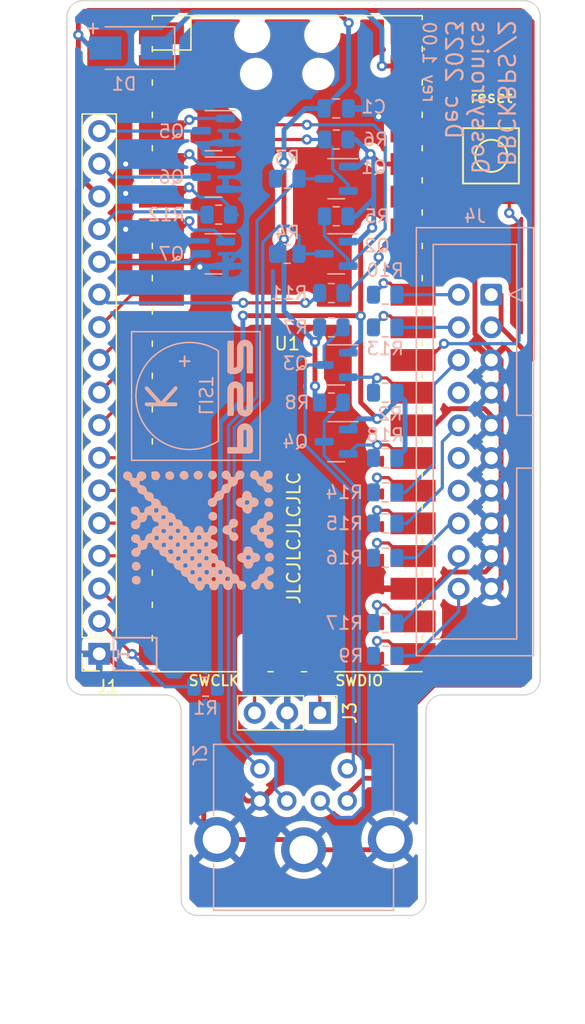
<source format=kicad_pcb>
(kicad_pcb (version 20211014) (generator pcbnew)
  (title_block (title "Next2BeebKB") (date "2023-12-27") (rev "1.00") (company "Dossytronics"))
  (layers (0 "F.Cu" signal) (31 "B.Cu" signal) (34 "B.Paste" user) (35 "F.Paste" user) (36 "B.SilkS" user "B.Silkscreen") (37 "F.SilkS" user "F.Silkscreen") (38 "B.Mask" user) (39 "F.Mask" user) (44 "Edge.Cuts" user))
  (net 0 "")
  (net 1 "+5V")
  (net 2 "GND")
  (net 3 "/PA7_i_5")
  (net 4 "/CA2_i_5")
  (net 5 "Net-(J3-Pad1)")
  (net 6 "Net-(J3-Pad3)")
  (net 7 "+3V3")
  (net 8 "/RUN")
  (net 11 "/PS2_KB_CLK_3")
  (net 12 "/5V_SYS")
  (net 13 "Net-(R10-Pad1)")
  (net 14 "Net-(R11-Pad1)")
  (net 15 "Net-(R12-Pad1)")
  (net 16 "Net-(R13-Pad1)")
  (net 17 "Net-(R14-Pad1)")
  (net 18 "Net-(R15-Pad1)")
  (net 19 "Net-(R16-Pad1)")
  (net 20 "/PS2_KB_CLK_5")
  (net 21 "/PS2_KB_DAT_3")
  (net 22 "/PS2_KB_DAT_5")
  (net 23 "/PS2_MS_CLK_3")
  (net 24 "/PS2_MS_CLK_5")
  (net 25 "/PS2_MS_DAT_3")
  (net 26 "/PS2_MS_DAT_5")
  (net 27 "/LED2")
  (net 28 "/LED2_o_5")
  (net 29 "/LED1")
  (net 30 "/LED1_o_5")
  (net 31 "/LED3")
  (net 32 "/LED3_o_5")
  (net 33 "/AMX_BTN_R")
  (net 34 "/AMX_X1")
  (net 35 "/AMX_Y1")
  (net 36 "/AMX_X2")
  (net 37 "/AMX_Y2")
  (net 38 "/AMX_BTN_L")
  (net 39 "/AMX_BTN_M")
  (net 40 "/RST_i")
  (net 41 "/CLK_1MHZ_o")
  (net 42 "/KB_~{EN}_o")
  (net 43 "/PA4_o")
  (net 44 "/PA5_o")
  (net 45 "/PA6_o")
  (net 46 "/PA0_o")
  (net 47 "/PA1_o")
  (net 48 "/PA2_o")
  (net 49 "/PA3_o")
  (net 54 "Net-(R9-Pad2)")
  (net 55 "Net-(R17-Pad1)")
  (footprint "Local:SW_SPST_GEN" (layer "F.Cu") (at 81.915 75.565 -90)
    (fp_text reference "SW1" hide)
    (fp_text value "SW_Push")
  )
  (footprint "Connector_PinHeader_2.54mm:PinHeader_1x03_P2.54mm_Vertical" (layer "F.Cu") (at 68.58 118.872 -90)
    (fp_text reference "J3")
    (fp_text value "Conn_01x03")
  )
  (footprint "Connector_PinSocket_2.54mm:PinSocket_1x17_P2.54mm_Vertical" (layer "F.Cu") (at 51.41 114.28 180)
    (fp_text reference "J1")
    (fp_text value "Conn_01x17_Female")
  )
  (footprint "RPI_Local:RPi_Pico_SMD" (layer "F.Cu") (at 66.04 90.17)
    (fp_text reference "U1")
    (fp_text value "Pico")
  )
  (footprint "Connector_IDC:IDC-Header_2x10_P2.54mm_Vertical" (layer "B.Cu") (at 81.915 86.36 180)
    (fp_text reference "J4")
    (fp_text value "Conn_02x10_Odd_Even")
  )
  (footprint "Resistor_SMD:R_0805_2012Metric" (layer "B.Cu") (at 69.469 88.9 180)
    (fp_text reference "R7")
    (fp_text value "4k7")
  )
  (footprint "Resistor_SMD:R_0805_2012Metric" (layer "B.Cu") (at 69.469 94.742 180)
    (fp_text reference "R8")
    (fp_text value "4k7")
  )
  (footprint "Resistor_SMD:R_0805_2012Metric" (layer "B.Cu") (at 66.04 77.343 180)
    (fp_text reference "R3")
    (fp_text value "4k7")
  )
  (footprint "Package_TO_SOT_SMD:SOT-23" (layer "B.Cu") (at 69.85 83.185 180)
    (fp_text reference "Q2")
    (fp_text value "2N7002")
  )
  (footprint "Local:PS2 mini din 6" (layer "B.Cu") (at 67.31 134.2175)
    (fp_text reference "J2")
    (fp_text value "Mini-DIN-6-Dossy")
  )
  (footprint "Package_TO_SOT_SMD:SOT-23" (layer "B.Cu") (at 60.2996 77.216 180)
    (fp_text reference "Q6")
    (fp_text value "2N7002")
  )
  (footprint "Local:PS2KEYLOGO_K" (layer "B.Cu") (at 58.928 94.234 90)
    (fp_text reference "REF**" hide)
    (fp_text value "PS2KEYLOGO_K")
  )
  (footprint "Resistor_SMD:R_0805_2012Metric" (layer "B.Cu") (at 60.706 80.137 180)
    (fp_text reference "R12")
    (fp_text value "4k7")
  )
  (footprint "Resistor_SMD:R_0805_2012Metric" (layer "B.Cu") (at 73.66 86.36)
    (fp_text reference "R10")
    (fp_text value "4k7")
  )
  (footprint "Resistor_SMD:R_0805_2012Metric" (layer "B.Cu") (at 66.04 83.185 180)
    (fp_text reference "R4")
    (fp_text value "4k7")
  )
  (footprint "Resistor_SMD:R_0805_2012Metric" (layer "B.Cu") (at 69.469 86.233 180)
    (fp_text reference "R11")
    (fp_text value "4k7")
  )
  (footprint "Resistor_SMD:R_0805_2012Metric" (layer "B.Cu") (at 73.66 106.807)
    (fp_text reference "R16")
    (fp_text value "4k7")
  )
  (footprint "Capacitor_SMD:C_0805_2012Metric" (layer "B.Cu") (at 69.85 71.882)
    (fp_text reference "C1")
    (fp_text value "100n")
  )
  (footprint "Package_TO_SOT_SMD:SOT-23" (layer "B.Cu") (at 60.2996 83.185 180)
    (fp_text reference "Q7")
    (fp_text value "2N7002")
  )
  (footprint "Resistor_SMD:R_0805_2012Metric" (layer "B.Cu") (at 73.66 104.14)
    (fp_text reference "R15")
    (fp_text value "4k7")
  )
  (footprint "Package_TO_SOT_SMD:SOT-23" (layer "B.Cu") (at 69.85 97.79 180)
    (fp_text reference "Q4")
    (fp_text value "2N7002")
  )
  (footprint "Resistor_SMD:R_0805_2012Metric" (layer "B.Cu") (at 69.85 74.295)
    (fp_text reference "R6")
    (fp_text value "4k7")
  )
  (footprint "Resistor_SMD:R_0805_2012Metric" (layer "B.Cu") (at 73.66 114.427 180)
    (fp_text reference "R9")
    (fp_text value "4k7")
  )
  (footprint "Diode_SMD:D_SMA" (layer "B.Cu") (at 53.88 67.183 180)
    (fp_text reference "D1")
    (fp_text value "SS34")
  )
  (footprint "Resistor_SMD:R_0805_2012Metric" (layer "B.Cu") (at 73.66 93.98)
    (fp_text reference "R2")
    (fp_text value "4k7")
  )
  (footprint "Resistor_SMD:R_0805_2012Metric" (layer "B.Cu") (at 73.66 88.9)
    (fp_text reference "R13")
    (fp_text value "4k7")
  )
  (footprint "Package_TO_SOT_SMD:SOT-23" (layer "B.Cu") (at 69.85 91.821 180)
    (fp_text reference "Q3")
    (fp_text value "2N7002")
  )
  (footprint "Local:owl" (layer "B.Cu") (at 59.182 104.696414 90)
    (fp_text reference "G***" hide)
    (fp_text value "LOGO" hide)
  )
  (footprint "Resistor_SMD:R_0805_2012Metric" (layer "B.Cu") (at 59.69 116.84)
    (fp_text reference "R1")
    (fp_text value "4k7")
  )
  (footprint "Resistor_SMD:R_0805_2012Metric" (layer "B.Cu") (at 73.66 101.727)
    (fp_text reference "R14")
    (fp_text value "4k7")
  )
  (footprint "Resistor_SMD:R_0805_2012Metric" (layer "B.Cu") (at 73.66 111.887)
    (fp_text reference "R17")
    (fp_text value "4k7")
  )
  (footprint "Resistor_SMD:R_0805_2012Metric" (layer "B.Cu") (at 73.66 99.06)
    (fp_text reference "R18")
    (fp_text value "4k7")
  )
  (footprint "Package_TO_SOT_SMD:SOT-23" (layer "B.Cu") (at 60.2996 73.6092 180)
    (fp_text reference "Q5")
    (fp_text value "2N7002")
  )
  (footprint "Resistor_SMD:R_0805_2012Metric" (layer "B.Cu") (at 69.85 80.264)
    (fp_text reference "R5")
    (fp_text value "4k7")
  )
  (footprint "Package_TO_SOT_SMD:SOT-23" (layer "B.Cu") (at 69.85 77.343 180)
    (fp_text reference "Q1")
    (fp_text value "2N7002")
  )
  (gr_rect (start 52.52 113.03) (end 55.88 115.57) (layer "B.SilkS") (width 0.15) (fill none))
  (gr_line (start 50.927 66.04) (end 50.927 65.278) (layer "B.SilkS") (width 0.15))
  (gr_line (start 50.546 65.659) (end 51.308 65.659) (layer "B.SilkS") (width 0.15))
  (gr_arc (start 48.895 64.77) (mid 49.266974 63.871974) (end 50.165 63.5) (layer "Edge.Cuts") (width 0.1))
  (gr_line (start 85.725 64.77) (end 85.725 116.205) (layer "Edge.Cuts") (width 0.1))
  (gr_line (start 48.895 116.205) (end 48.895 64.77) (layer "Edge.Cuts") (width 0.1))
  (gr_line (start 57.785 133.35) (end 57.785 118.745) (layer "Edge.Cuts") (width 0.1))
  (gr_arc (start 59.055 134.62) (mid 58.156974 134.248026) (end 57.785 133.35) (layer "Edge.Cuts") (width 0.1))
  (gr_arc (start 85.725 116.205) (mid 85.353026 117.103026) (end 84.455 117.475) (layer "Edge.Cuts") (width 0.1))
  (gr_line (start 75.565 134.62) (end 59.055 134.62) (layer "Edge.Cuts") (width 0.1))
  (gr_arc (start 50.165 117.475) (mid 49.266974 117.103026) (end 48.895 116.205) (layer "Edge.Cuts") (width 0.1))
  (gr_arc (start 76.835 133.35) (mid 76.463026 134.248026) (end 75.565 134.62) (layer "Edge.Cuts") (width 0.1))
  (gr_arc (start 76.835 118.745) (mid 77.206974 117.846974) (end 78.105 117.475) (layer "Edge.Cuts") (width 0.1))
  (gr_line (start 50.165 63.5) (end 84.455 63.5) (layer "Edge.Cuts") (width 0.1))
  (gr_line (start 76.835 133.35) (end 76.835 118.745) (layer "Edge.Cuts") (width 0.1))
  (gr_arc (start 56.515 117.475) (mid 57.413026 117.846974) (end 57.785 118.745) (layer "Edge.Cuts") (width 0.1))
  (gr_line (start 56.515 117.475) (end 50.165 117.475) (layer "Edge.Cuts") (width 0.1))
  (gr_line (start 84.455 117.475) (end 78.105 117.475) (layer "Edge.Cuts") (width 0.1))
  (gr_arc (start 84.455 63.5) (mid 85.353026 63.871974) (end 85.725 64.77) (layer "Edge.Cuts") (width 0.1))
  (gr_text "BBCKBPS/2\nDossytronics\nDec 2023" (at 81.026 64.897 270) (layer "B.SilkS") (effects (font (size 1.27 1.27) (thickness 0.1778)) (justify right mirror)))
  (gr_text "1" (at 53.34 114.3 270) (layer "B.SilkS") (effects (font (size 1 1)) (justify mirror)))
  (gr_text "rev 1.00" (at 77.089 65.024 270) (layer "B.SilkS") (effects (font (size 1 1)) (justify right mirror)))
  (gr_text "JLCJLCJLCJLC" (at 66.548 105.283 90) (layer "F.SilkS") (effects (font (size 1 1))))
  (gr_text "reset" (at 81.915 70.993) (layer "F.SilkS") (effects (font (size 0.889 0.889) (thickness 0.1524))))
  (segment (start 75.946 118.237) (end 77.47 116.713) (width 0.381) (layer "F.Cu") (net 1))
  (segment (start 49.784 65.024) (end 50.546 64.262) (width 0.381) (layer "F.Cu") (net 1))
  (segment (start 50.546 64.262) (end 84.201 64.262) (width 0.381) (layer "F.Cu") (net 1))
  (segment (start 65.786 76.073) (end 65.786 82.042) (width 0.381) (layer "F.Cu") (net 1))
  (segment (start 82.677 88.9) (end 82.677 86.36) (width 0.381) (layer "F.Cu") (net 1))
  (segment (start 69.977 64.391008) (end 70.816163 65.230171) (width 0.381) (layer "F.Cu") (net 1))
  (segment (start 49.784 66.167) (end 49.784 65.024) (width 0.381) (layer "F.Cu") (net 1))
  (segment (start 75.946 122.682) (end 75.946 118.237) (width 0.381) (layer "F.Cu") (net 1))
  (segment (start 49.784 77.094) (end 49.784 66.167) (width 0.381) (layer "F.Cu") (net 1))
  (segment (start 85.09 65.151) (end 85.09 91.313) (width 0.381) (layer "F.Cu") (net 1))
  (segment (start 84.836 116.078) (end 84.836 91.567) (width 0.381) (layer "F.Cu") (net 1))
  (segment (start 84.201 64.262) (end 85.09 65.151) (width 0.381) (layer "F.Cu") (net 1))
  (segment (start 77.47 116.713) (end 84.201 116.713) (width 0.381) (layer "F.Cu") (net 1))
  (segment (start 84.836 91.567) (end 85.09 91.313) (width 0.381) (layer "F.Cu") (net 1))
  (segment (start 72.009 123.952) (end 74.676 123.952) (width 0.381) (layer "F.Cu") (net 1))
  (segment (start 70.71 125.251) (end 72.009 123.952) (width 0.381) (layer "F.Cu") (net 1))
  (segment (start 85.09 91.313) (end 82.677 88.9) (width 0.381) (layer "F.Cu") (net 1))
  (segment (start 51.41 78.72) (end 49.784 77.094) (width 0.381) (layer "F.Cu") (net 1))
  (segment (start 70.71 125.7175) (end 70.71 125.251) (width 0.381) (layer "F.Cu") (net 1))
  (segment (start 84.201 116.713) (end 84.836 116.078) (width 0.381) (layer "F.Cu") (net 1))
  (segment (start 74.676 123.952) (end 75.946 122.682) (width 0.381) (layer "F.Cu") (net 1))
  (segment (start 68.199 90.043) (end 68.198999 93.471999) (width 0.381) (layer "F.Cu") (net 1))
  (via (at 70.816163 65.230171) (size 0.8) (drill 0.4) (layers "F.Cu" "B.Cu") (net 1))
  (via (at 49.784 66.167) (size 0.8) (drill 0.4) (layers "F.Cu" "B.Cu") (net 1))
  (via (at 65.786 76.073) (size 0.8) (drill 0.4) (layers "F.Cu" "B.Cu") (net 1))
  (via (at 65.786 82.042) (size 0.8) (drill 0.4) (layers "F.Cu" "B.Cu") (net 1))
  (via (at 68.199 90.043) (size 0.8) (drill 0.4) (layers "F.Cu" "B.Cu") (net 1))
  (via (at 68.198999 93.471999) (size 0.8) (drill 0.4) (layers "F.Cu" "B.Cu") (net 1))
  (segment (start 68.5565 88.9) (end 68.5565 89.6855) (width 0.381) (layer "B.Cu") (net 1))
  (segment (start 65.1275 82.7005) (end 65.786 82.042) (width 0.381) (layer "B.Cu") (net 1))
  (segment (start 65.786 73.533) (end 65.786 76.6845) (width 0.381) (layer "B.Cu") (net 1))
  (segment (start 68.9 71.882) (end 67.437 71.882) (width 0.381) (layer "B.Cu") (net 1))
  (segment (start 70.805 65.241334) (end 70.816163 65.230171) (width 0.381) (layer "B.Cu") (net 1))
  (segment (start 70.805 66.31) (end 70.805 69.977) (width 0.381) (layer "B.Cu") (net 1))
  (segment (start 65.786 82.042) (end 65.786 87.63) (width 0.381) (layer "B.Cu") (net 1))
  (segment (start 67.437 71.882) (end 65.786 73.533) (width 0.381) (layer "B.Cu") (net 1))
  (segment (start 68.198999 94.384499) (end 68.198999 93.471999) (width 0.381) (layer "B.Cu") (net 1))
  (segment (start 65.786 76.6845) (end 65.1275 77.343) (width 0.381) (layer "B.Cu") (net 1))
  (segment (start 68.5565 89.6855) (end 68.199 90.043) (width 0.381) (layer "B.Cu") (net 1))
  (segment (start 51.88 67.183) (end 50.8 67.183) (width 0.381) (layer "B.Cu") (net 1))
  (segment (start 70.805 66.31) (end 70.805 65.241334) (width 0.381) (layer "B.Cu") (net 1))
  (segment (start 50.8 67.183) (end 49.784 66.167) (width 0.381) (layer "B.Cu") (net 1))
  (segment (start 65.1275 83.185) (end 65.1275 82.7005) (width 0.381) (layer "B.Cu") (net 1))
  (segment (start 65.786 87.63) (end 68.199 90.043) (width 0.381) (layer "B.Cu") (net 1))
  (segment (start 68.5565 94.742) (end 68.198999 94.384499) (width 0.381) (layer "B.Cu") (net 1))
  (segment (start 70.805 69.977) (end 68.9 71.882) (width 0.381) (layer "B.Cu") (net 1))
  (segment (start 73.26 129.5175) (end 74.06 128.7175) (width 0.381) (layer "F.Cu") (net 2))
  (segment (start 78.6425 107.9205) (end 77.343 109.22) (width 0.381) (layer "F.Cu") (net 2))
  (segment (start 76.671 83.82) (end 80.415 80.076) (width 0.381) (layer "F.Cu") (net 2))
  (segment (start 62.131 75.085) (end 70.711 75.085) (width 0.381) (layer "F.Cu") (net 2))
  (segment (start 77.343 109.22) (end 74.93 109.22) (width 0.381) (layer "F.Cu") (net 2))
  (segment (start 82.677 96.52) (end 82.677 99.06) (width 0.381) (layer "F.Cu") (net 2))
  (segment (start 81.4365 107.9205) (end 78.6425 107.9205) (width 0.381) (layer "F.Cu") (net 2))
  (segment (start 77.47 96.52) (end 78.7695 95.2205) (width 0.381) (layer "F.Cu") (net 2))
  (segment (start 59.24 72.194) (end 62.131 75.085) (width 0.381) (layer "F.Cu") (net 2))
  (segment (start 57.15 71.12) (end 55.409 71.12) (width 0.381) (layer "F.Cu") (net 2))
  (segment (start 59.334 116.18) (end 60.071 115.443) (width 0.381) (layer "F.Cu") (net 2))
  (segment (start 82.677 104.14) (end 82.677 101.6) (width 0.381) (layer "F.Cu") (net 2))
  (segment (start 80.415 72.565) (end 78.97 71.12) (width 0.381) (layer "F.Cu") (net 2))
  (segment (start 66.51 128.7175) (end 67.31 129.5175) (width 0.381) (layer "F.Cu") (net 2))
  (segment (start 51.85 114.28) (end 53.75 116.18) (width 0.381) (layer "F.Cu") (net 2))
  (segment (start 66.04 114.07) (end 66.04 118.872) (width 0.381) (layer "F.Cu") (net 2))
  (segment (start 80.415 72.565) (end 80.415 78.565) (width 0.381) (layer "F.Cu") (net 2))
  (segment (start 82.677 106.68) (end 82.677 104.14) (width 0.381) (layer "F.Cu") (net 2))
  (segment (start 70.711 75.085) (end 73.152 72.644) (width 0.381) (layer "F.Cu") (net 2))
  (segment (start 82.677 101.6) (end 82.677 99.06) (width 0.381) (layer "F.Cu") (net 2))
  (segment (start 57.15 96.52) (end 59.24 98.61) (width 0.381) (layer "F.Cu") (net 2))
  (segment (start 59.544 127.7015) (end 60.56 128.7175) (width 0.381) (layer "F.Cu") (net 2))
  (segment (start 58.166 71.12) (end 59.24 72.194) (width 0.381) (layer "F.Cu") (net 2))
  (segment (start 74.93 96.52) (end 77.47 96.52) (width 0.381) (layer "F.Cu") (net 2))
  (segment (start 59.24 72.194) (end 59.24 85.91) (width 0.381) (layer "F.Cu") (net 2))
  (segment (start 59.544 122.3675) (end 59.544 127.7015) (width 0.381) (layer "F.Cu") (net 2))
  (segment (start 57.95 109.22) (end 57.15 109.22) (width 0.381) (layer "F.Cu") (net 2))
  (segment (start 80.645 89.408) (end 80.645 83.947) (width 0.381) (layer "F.Cu") (net 2))
  (segment (start 74.93 83.82) (end 76.671 83.82) (width 0.381) (layer "F.Cu") (net 2))
  (segment (start 80.415 80.076) (end 80.415 78.565) (width 0.381) (layer "F.Cu") (net 2))
  (segment (start 66.04 114.07) (end 63.311 111.341) (width 0.381) (layer "F.Cu") (net 2))
  (segment (start 60.56 128.7175) (end 66.51 128.7175) (width 0.381) (layer "F.Cu") (net 2))
  (segment (start 59.334 122.1575) (end 59.544 122.3675) (width 0.381) (layer "F.Cu") (net 2))
  (segment (start 80.518 83.82) (end 74.93 83.82) (width 0.381) (layer "F.Cu") (net 2))
  (segment (start 81.3775 95.2205) (end 82.677 96.52) (width 0.381) (layer "F.Cu") (net 2))
  (segment (start 80.645 83.947) (end 80.518 83.82) (width 0.381) (layer "F.Cu") (net 2))
  (segment (start 78.97 71.12) (end 74.93 71.12) (width 0.381) (layer "F.Cu") (net 2))
  (segment (start 73.152 72.644) (end 73.152 72.517) (width 0.381) (layer "F.Cu") (net 2))
  (segment (start 55.409 71.12) (end 53.467 73.062) (width 0.381) (layer "F.Cu") (net 2))
  (segment (start 59.334 116.18) (end 59.334 122.1575) (width 0.381) (layer "F.Cu") (net 2))
  (segment (start 82.677 106.68) (end 81.4365 107.9205) (width 0.381) (layer "F.Cu") (net 2))
  (segment (start 63.311 111.341) (end 60.071 111.341) (width 0.381) (layer "F.Cu") (net 2))
  (segment (start 59.24 98.61) (end 59.24 85.91) (width 0.381) (layer "F.Cu") (net 2))
  (segment (start 57.15 71.12) (end 58.166 71.12) (width 0.381) (layer "F.Cu") (net 2))
  (segment (start 59.24 98.61) (end 59.24 110.51) (width 0.381) (layer "F.Cu") (net 2))
  (segment (start 78.7695 95.2205) (end 81.3775 95.2205) (width 0.381) (layer "F.Cu") (net 2))
  (segment (start 82.677 109.22) (end 82.677 106.68) (width 0.381) (layer "F.Cu") (net 2))
  (segment (start 53.467 73.062) (end 53.467 76.2) (width 0.381) (layer "F.Cu") (net 2))
  (segment (start 51.41 114.28) (end 51.85 114.28) (width 0.381) (layer "F.Cu") (net 2))
  (segment (start 74.549 71.12) (end 73.152 72.517) (width 0.381) (layer "F.Cu") (net 2))
  (segment (start 59.24 110.51) (end 57.95 109.22) (width 0.381) (layer "F.Cu") (net 2))
  (segment (start 82.677 91.44) (end 80.645 89.408) (width 0.381) (layer "F.Cu") (net 2))
  (segment (start 82.677 96.52) (end 82.677 91.44) (width 0.381) (layer "F.Cu") (net 2))
  (segment (start 59.334 122.1575) (end 62.894 125.7175) (width 0.381) (layer "F.Cu") (net 2))
  (segment (start 59.24 85.91) (end 57.15 83.82) (width 0.381) (layer "F.Cu") (net 2))
  (segment (start 60.071 115.443) (end 60.071 111.341) (width 0.381) (layer "F.Cu") (net 2))
  (segment (start 74.93 71.12) (end 74.549 71.12) (width 0.381) (layer "F.Cu") (net 2))
  (segment (start 53.467 78.486) (end 53.467 76.2) (width 0.381) (layer "F.Cu") (net 2))
  (segment (start 53.75 116.18) (end 59.334 116.18) (width 0.381) (layer "F.Cu") (net 2))
  (segment (start 67.31 129.5175) (end 73.26 129.5175) (width 0.381) (layer "F.Cu") (net 2))
  (segment (start 60.071 111.341) (end 59.24 110.51) (width 0.381) (layer "F.Cu") (net 2))
  (segment (start 62.894 125.7175) (end 63.91 125.7175) (width 0.381) (layer "F.Cu") (net 2))
  (segment (start 53.467 78.486) (end 53.467 81.28) (width 0.381) (layer "F.Cu") (net 2))
  (via (at 53.467 78.486) (size 0.8) (drill 0.4) (layers "F.Cu" "B.Cu") (net 2))
  (via (at 73.152 72.517) (size 0.8) (drill 0.4) (layers "F.Cu" "B.Cu") (net 2))
  (via (at 59.24 84.201) (size 0.8) (drill 0.4) (layers "F.Cu" "B.Cu") (net 2))
  (via (at 53.467 81.28) (size 0.8) (drill 0.4) (layers "F.Cu" "B.Cu") (net 2))
  (via (at 53.467 76.2) (size 0.8) (drill 0.4) (layers "F.Cu" "B.Cu") (net 2))
  (segment (start 72.517 71.882) (end 73.152 72.517) (width 0.381) (layer "B.Cu") (net 2))
  (segment (start 62.865 78.105) (end 62.804 78.166) (width 0.381) (layer "B.Cu") (net 2))
  (segment (start 62.865 82.5071) (end 61.2371 84.135) (width 0.381) (layer "B.Cu") (net 2))
  (segment (start 70.8 71.882) (end 72.517 71.882) (width 0.381) (layer "B.Cu") (net 2))
  (segment (start 61.2371 84.135) (end 59.375 84.135) (width 0.381) (layer "B.Cu") (net 2))
  (segment (start 62.5292 74.5592) (end 62.865 74.895) (width 0.381) (layer "B.Cu") (net 2))
  (segment (start 61.2371 74.5592) (end 62.5292 74.5592) (width 0.381) (layer "B.Cu") (net 2))
  (segment (start 59.375 84.135) (end 59.309 84.201) (width 0.381) (layer "B.Cu") (net 2))
  (segment (start 62.804 78.166) (end 61.2371 78.166) (width 0.381) (layer "B.Cu") (net 2))
  (segment (start 62.865 74.895) (end 62.865 82.5071) (width 0.381) (layer "B.Cu") (net 2))
  (segment (start 62.611 86.995) (end 67.437 86.995) (width 0.25) (layer "F.Cu") (net 3))
  (via (at 62.611 86.995) (size 0.8) (drill 0.4) (layers "F.Cu" "B.Cu") (net 3))
  (via (at 67.437 86.995) (size 0.8) (drill 0.4) (layers "F.Cu" "B.Cu") (net 3))
  (segment (start 51.41 86.34) (end 52.065 86.995) (width 0.25) (layer "B.Cu") (net 3))
  (segment (start 67.7945 86.995) (end 67.437 86.995) (width 0.25) (layer "B.Cu") (net 3))
  (segment (start 52.065 86.995) (end 62.611 86.995) (width 0.25) (layer "B.Cu") (net 3))
  (segment (start 68.5565 86.233) (end 67.7945 86.995) (width 0.25) (layer "B.Cu") (net 3))
  (segment (start 52.7495 79.9205) (end 59.027 79.9205) (width 0.25) (layer "B.Cu") (net 4))
  (segment (start 51.41 81.26) (end 52.7495 79.9205) (width 0.25) (layer "B.Cu") (net 4))
  (segment (start 59.027 79.9205) (end 59.2435 80.137) (width 0.25) (layer "B.Cu") (net 4))
  (segment (start 68.58 118.872) (end 68.58 114.07) (width 0.25) (layer "F.Cu") (net 5))
  (segment (start 63.5 114.07) (end 63.5 118.872) (width 0.25) (layer "F.Cu") (net 6))
  (segment (start 73.279 76.2) (end 72.517 75.438) (width 0.381) (layer "F.Cu") (net 7))
  (segment (start 71.755 94.742) (end 73.025 96.012) (width 0.381) (layer "F.Cu") (net 7))
  (segment (start 71.755 88.011) (end 71.755 94.742) (width 0.381) (layer "F.Cu") (net 7))
  (segment (start 71.738335 87.994335) (end 71.755 88.011) (width 0.381) (layer "F.Cu") (net 7))
  (segment (start 74.93 76.2) (end 73.279 76.2) (width 0.381) (layer "F.Cu") (net 7))
  (segment (start 71.755 82.042) (end 71.755 88.011) (width 0.381) (layer "F.Cu") (net 7))
  (segment (start 72.644 81.153) (end 71.755 82.042) (width 0.381) (layer "F.Cu") (net 7))
  (segment (start 62.592702 87.994335) (end 71.738335 87.994335) (width 0.381) (layer "F.Cu") (net 7))
  (via (at 72.644 81.153) (size 0.8) (drill 0.4) (layers "F.Cu" "B.Cu") (net 7))
  (via (at 73.025 96.012) (size 0.8) (drill 0.4) (layers "F.Cu" "B.Cu") (net 7))
  (via (at 71.755 88.011) (size 0.8) (drill 0.4) (layers "F.Cu" "B.Cu") (net 7))
  (via (at 62.592702 87.994335) (size 0.8) (drill 0.4) (layers "F.Cu" "B.Cu") (net 7))
  (via (at 72.517 75.438) (size 0.8) (drill 0.4) (layers "F.Cu" "B.Cu") (net 7))
  (segment (start 70.7875 96.84) (end 71.6155 96.012) (width 0.381) (layer "B.Cu") (net 7))
  (segment (start 75.2075 94.615) (end 75.2075 98.425) (width 0.381) (layer "B.Cu") (net 7))
  (segment (start 74.5725 93.98) (end 74.5725 94.5915) (width 0.381) (layer "B.Cu") (net 7))
  (segment (start 70.7875 90.871) (end 71.755 89.9035) (width 0.381) (layer "B.Cu") (net 7))
  (segment (start 71.374 74.295) (end 72.517 75.438) (width 0.381) (layer "B.Cu") (net 7))
  (segment (start 74.5725 94.5915) (end 73.152 96.012) (width 0.381) (layer "B.Cu") (net 7))
  (segment (start 73.152 96.012) (end 73.025 96.012) (width 0.381) (layer "B.Cu") (net 7))
  (segment (start 70.8485 76.454) (end 71.501 76.454) (width 0.381) (layer "B.Cu") (net 7))
  (segment (start 72.771 78.8905) (end 72.771 75.692) (width 0.381) (layer "B.Cu") (net 7))
  (segment (start 70.7625 80.264) (end 71.3975 80.264) (width 0.381) (layer "B.Cu") (net 7))
  (segment (start 71.755 89.9035) (end 71.755 88.011) (width 0.381) (layer "B.Cu") (net 7))
  (segment (start 60.833 116.6095) (end 60.833 96.266) (width 0.381) (layer "B.Cu") (net 7))
  (segment (start 62.592702 94.506298) (end 62.592702 87.994335) (width 0.381) (layer "B.Cu") (net 7))
  (segment (start 60.833 96.266) (end 62.592702 94.506298) (width 0.381) (layer "B.Cu") (net 7))
  (segment (start 75.2075 98.425) (end 74.5725 99.06) (width 0.381) (layer "B.Cu") (net 7))
  (segment (start 74.5725 93.98) (end 75.2075 94.615) (width 0.381) (layer "B.Cu") (net 7))
  (segment (start 70.7875 76.393) (end 70.8485 76.454) (width 0.381) (layer "B.Cu") (net 7))
  (segment (start 71.6155 96.012) (end 73.025 96.012) (width 0.381) (layer "B.Cu") (net 7))
  (segment (start 72.771 75.692) (end 72.517 75.438) (width 0.381) (layer "B.Cu") (net 7))
  (segment (start 70.7875 82.235) (end 71.562 82.235) (width 0.381) (layer "B.Cu") (net 7))
  (segment (start 71.3975 80.264) (end 72.771 78.8905) (width 0.381) (layer "B.Cu") (net 7))
  (segment (start 70.7625 74.295) (end 71.374 74.295) (width 0.381) (layer "B.Cu") (net 7))
  (segment (start 72.771 81.026) (end 72.644 81.153) (width 0.381) (layer "B.Cu") (net 7))
  (segment (start 60.6025 116.84) (end 60.833 116.6095) (width 0.381) (layer "B.Cu") (net 7))
  (segment (start 71.562 82.235) (end 72.644 81.153) (width 0.381) (layer "B.Cu") (net 7))
  (segment (start 71.501 76.454) (end 72.517 75.438) (width 0.381) (layer "B.Cu") (net 7))
  (segment (start 72.771 78.8905) (end 72.771 81.026) (width 0.381) (layer "B.Cu") (net 7))
  (segment (start 83.312 78.668) (end 83.415 78.565) (width 0.25) (layer "F.Cu") (net 8))
  (segment (start 74.93 91.44) (end 76.962 91.44) (width 0.25) (layer "F.Cu") (net 8))
  (segment (start 83.312 80.01) (end 83.312 78.668) (width 0.25) (layer "F.Cu") (net 8))
  (segment (start 83.415 78.565) (end 83.415 72.565) (width 0.25) (layer "F.Cu") (net 8))
  (segment (start 76.962 91.44) (end 78.232 90.17) (width 0.25) (layer "F.Cu") (net 8))
  (via (at 83.312 80.01) (size 0.8) (drill 0.4) (layers "F.Cu" "B.Cu") (net 8))
  (via (at 78.232 90.17) (size 0.8) (drill 0.4) (layers "F.Cu" "B.Cu") (net 8))
  (segment (start 83.82 90.17) (end 78.232 90.17) (width 0.25) (layer "B.Cu") (net 8))
  (segment (start 84.074 80.772) (end 84.074 89.916) (width 0.25) (layer "B.Cu") (net 8))
  (segment (start 84.074 89.916) (end 83.82 90.17) (width 0.25) (layer "B.Cu") (net 8))
  (segment (start 83.312 80.01) (end 84.074 80.772) (width 0.25) (layer "B.Cu") (net 8))
  (segment (start 57.15 68.58) (end 59.055 68.58) (width 0.25) (layer "F.Cu") (net 11))
  (segment (start 59.055 68.58) (end 64.77 74.295) (width 0.25) (layer "F.Cu") (net 11))
  (segment (start 64.77 74.295) (end 67.564 74.295) (width 0.25) (layer "F.Cu") (net 11))
  (via (at 67.564 74.295) (size 0.8) (drill 0.4) (layers "F.Cu" "B.Cu") (net 11))
  (segment (start 70.7875 77.808749) (end 69.5725 76.593749) (width 0.25) (layer "B.Cu") (net 11))
  (segment (start 69.5725 74.93) (end 68.9375 74.295) (width 0.25) (layer "B.Cu") (net 11))
  (segment (start 69.5725 76.593749) (end 69.5725 74.93) (width 0.25) (layer "B.Cu") (net 11))
  (segment (start 68.9375 74.295) (end 67.564 74.295) (width 0.25) (layer "B.Cu") (net 11))
  (segment (start 70.7875 78.293) (end 70.7875 77.808749) (width 0.25) (layer "B.Cu") (net 11))
  (segment (start 73.406 68.58) (end 74.93 68.58) (width 0.381) (layer "F.Cu") (net 12))
  (via (at 73.406 68.58) (size 0.8) (drill 0.4) (layers "F.Cu" "B.Cu") (net 12))
  (segment (start 58.674 64.389) (end 72.136 64.389) (width 0.381) (layer "B.Cu") (net 12))
  (segment (start 73.406 65.659) (end 73.406 68.58) (width 0.381) (layer "B.Cu") (net 12))
  (segment (start 72.136 64.389) (end 73.406 65.659) (width 0.381) (layer "B.Cu") (net 12))
  (segment (start 55.88 67.183) (end 58.674 64.389) (width 0.381) (layer "B.Cu") (net 12))
  (segment (start 74.041 85.471) (end 73.533 85.471) (width 0.25) (layer "F.Cu") (net 13))
  (segment (start 74.93 86.36) (end 74.041 85.471) (width 0.25) (layer "F.Cu") (net 13))
  (via (at 73.533 85.471) (size 0.8) (drill 0.4) (layers "F.Cu" "B.Cu") (net 13))
  (segment (start 73.533 85.5745) (end 72.7475 86.36) (width 0.25) (layer "B.Cu") (net 13))
  (segment (start 73.533 85.471) (end 73.533 85.5745) (width 0.25) (layer "B.Cu") (net 13))
  (segment (start 74.93 81.28) (end 73.152 83.058) (width 0.25) (layer "F.Cu") (net 14))
  (segment (start 73.152 83.058) (end 73.152 83.439) (width 0.25) (layer "F.Cu") (net 14))
  (via (at 73.152 83.439) (size 0.8) (drill 0.4) (layers "F.Cu" "B.Cu") (net 14))
  (segment (start 70.3815 86.233) (end 70.7625 86.233) (width 0.25) (layer "B.Cu") (net 14))
  (segment (start 73.152 83.8435) (end 73.152 83.439) (width 0.25) (layer "B.Cu") (net 14))
  (segment (start 70.7625 86.233) (end 73.152 83.8435) (width 0.25) (layer "B.Cu") (net 14))
  (segment (start 58.398848 78.014507) (end 57.673355 78.74) (width 0.25) (layer "F.Cu") (net 15))
  (segment (start 57.673355 78.74) (end 57.15 78.74) (width 0.25) (layer "F.Cu") (net 15))
  (via (at 58.398848 78.014507) (size 0.8) (drill 0.4) (layers "F.Cu" "B.Cu") (net 15))
  (segment (start 60.8225 78.791) (end 62.1685 80.137) (width 0.25) (layer "B.Cu") (net 15))
  (segment (start 59.233 78.791) (end 60.8225 78.791) (width 0.25) (layer "B.Cu") (net 15))
  (segment (start 58.42 77.978) (end 58.42 77.993355) (width 0.25) (layer "B.Cu") (net 15))
  (segment (start 58.42 77.993355) (end 58.398848 78.014507) (width 0.25) (layer "B.Cu") (net 15))
  (segment (start 58.42 77.978) (end 59.233 78.791) (width 0.25) (layer "B.Cu") (net 15))
  (segment (start 74.041 88.011) (end 74.93 88.9) (width 0.25) (layer "F.Cu") (net 16))
  (segment (start 73.533 88.011) (end 74.041 88.011) (width 0.25) (layer "F.Cu") (net 16))
  (via (at 73.533 88.011) (size 0.8) (drill 0.4) (layers "F.Cu" "B.Cu") (net 16))
  (segment (start 72.7475 88.7965) (end 73.533 88.011) (width 0.25) (layer "B.Cu") (net 16))
  (segment (start 72.7475 88.9) (end 72.7475 88.7965) (width 0.25) (layer "B.Cu") (net 16))
  (segment (start 73.914 100.584) (end 73.025 100.584) (width 0.25) (layer "F.Cu") (net 17))
  (segment (start 74.93 101.6) (end 73.914 100.584) (width 0.25) (layer "F.Cu") (net 17))
  (via (at 73.025 100.584) (size 0.8) (drill 0.4) (layers "F.Cu" "B.Cu") (net 17))
  (segment (start 73.025 101.4495) (end 73.025 100.584) (width 0.25) (layer "B.Cu") (net 17))
  (segment (start 72.7475 101.727) (end 73.025 101.4495) (width 0.25) (layer "B.Cu") (net 17))
  (segment (start 73.914 103.124) (end 73.025 103.124) (width 0.25) (layer "F.Cu") (net 18))
  (segment (start 74.93 104.14) (end 73.914 103.124) (width 0.25) (layer "F.Cu") (net 18))
  (via (at 73.025 103.124) (size 0.8) (drill 0.4) (layers "F.Cu" "B.Cu") (net 18))
  (segment (start 72.7475 104.14) (end 73.025 103.8625) (width 0.25) (layer "B.Cu") (net 18))
  (segment (start 73.025 103.8625) (end 73.025 103.124) (width 0.25) (layer "B.Cu") (net 18))
  (segment (start 73.914 105.664) (end 73.025 105.664) (width 0.25) (layer "F.Cu") (net 19))
  (segment (start 74.93 106.68) (end 73.914 105.664) (width 0.25) (layer "F.Cu") (net 19))
  (via (at 73.025 105.664) (size 0.8) (drill 0.4) (layers "F.Cu" "B.Cu") (net 19))
  (segment (start 73.025 106.5295) (end 73.025 105.664) (width 0.25) (layer "B.Cu") (net 19))
  (segment (start 72.7475 106.807) (end 73.025 106.5295) (width 0.25) (layer "B.Cu") (net 19))
  (segment (start 61.468 96.51862) (end 61.468 119.634) (width 0.25) (layer "B.Cu") (net 20))
  (segment (start 61.468 120.7755) (end 61.468 119.634) (width 0.25) (layer "B.Cu") (net 20))
  (segment (start 63.685499 80.610001) (end 63.685499 94.301121) (width 0.25) (layer "B.Cu") (net 20))
  (segment (start 68.9125 77.343) (end 66.9525 77.343) (width 0.25) (layer "B.Cu") (net 20))
  (segment (start 63.91 123.2175) (end 61.468 120.7755) (width 0.25) (layer "B.Cu") (net 20))
  (segment (start 63.685499 94.301121) (end 61.468 96.51862) (width 0.25) (layer "B.Cu") (net 20))
  (segment (start 66.9525 77.343) (end 63.685499 80.610001) (width 0.25) (layer "B.Cu") (net 20))
  (segment (start 57.15069 66.04) (end 64.26269 73.152) (width 0.25) (layer "F.Cu") (net 21))
  (segment (start 57.15 66.04) (end 57.15069 66.04) (width 0.25) (layer "F.Cu") (net 21))
  (segment (start 64.26269 73.152) (end 67.564 73.152) (width 0.25) (layer "F.Cu") (net 21))
  (via (at 67.564 73.152) (size 0.8) (drill 0.4) (layers "F.Cu" "B.Cu") (net 21))
  (segment (start 73.66 74.049598) (end 72.762402 73.152) (width 0.25) (layer "B.Cu") (net 21))
  (segment (start 73.66 81.2625) (end 73.66 74.049598) (width 0.25) (layer "B.Cu") (net 21))
  (segment (start 72.762402 73.152) (end 67.564 73.152) (width 0.25) (layer "B.Cu") (net 21))
  (segment (start 70.7875 83.644251) (end 70.7875 84.135) (width 0.25) (layer "B.Cu") (net 21))
  (segment (start 68.9375 81.794251) (end 70.7875 83.644251) (width 0.25) (layer "B.Cu") (net 21))
  (segment (start 68.9375 80.264) (end 68.9375 81.794251) (width 0.25) (layer "B.Cu") (net 21))
  (segment (start 70.7875 84.135) (end 73.66 81.2625) (width 0.25) (layer "B.Cu") (net 21))
  (segment (start 64.516 122.047) (end 63.5 122.047) (width 0.25) (layer "B.Cu") (net 22))
  (segment (start 68.9125 83.185) (end 67.4605 83.185) (width 0.25) (layer "B.Cu") (net 22))
  (segment (start 66.01 125.7175) (end 65.151 124.8585) (width 0.25) (layer "B.Cu") (net 22))
  (segment (start 65.405 81.026) (end 66.167 81.026) (width 0.25) (layer "B.Cu") (net 22))
  (segment (start 61.917501 120.464501) (end 61.917501 96.704809) (width 0.25) (layer "B.Cu") (net 22))
  (segment (start 66.167 81.026) (end 66.9525 81.8115) (width 0.25) (layer "B.Cu") (net 22))
  (segment (start 64.135 94.48731) (end 64.135 82.296) (width 0.25) (layer "B.Cu") (net 22))
  (segment (start 66.9525 81.8115) (end 66.9525 83.185) (width 0.25) (layer "B.Cu") (net 22))
  (segment (start 63.5 122.047) (end 61.917501 120.464501) (width 0.25) (layer "B.Cu") (net 22))
  (segment (start 61.917501 96.704809) (end 64.135 94.48731) (width 0.25) (layer "B.Cu") (net 22))
  (segment (start 65.151 122.682) (end 64.516 122.047) (width 0.25) (layer "B.Cu") (net 22))
  (segment (start 65.151 124.8585) (end 65.151 122.682) (width 0.25) (layer "B.Cu") (net 22))
  (segment (start 64.135 82.296) (end 65.405 81.026) (width 0.25) (layer "B.Cu") (net 22))
  (segment (start 74.93 93.98) (end 73.787 92.837) (width 0.25) (layer "F.Cu") (net 23))
  (segment (start 73.787 92.837) (end 73.025 92.837) (width 0.25) (layer "F.Cu") (net 23))
  (via (at 73.025 92.837) (size 0.8) (drill 0.4) (layers "F.Cu" "B.Cu") (net 23))
  (segment (start 72.7475 93.1145) (end 73.025 92.837) (width 0.25) (layer "B.Cu") (net 23))
  (segment (start 70.7875 92.771) (end 72.959 92.771) (width 0.25) (layer "B.Cu") (net 23))
  (segment (start 72.7475 93.98) (end 72.7475 93.1145) (width 0.25) (layer "B.Cu") (net 23))
  (segment (start 72.959 92.771) (end 73.025 92.837) (width 0.25) (layer "B.Cu") (net 23))
  (segment (start 71.178499 101.785499) (end 71.178499 122.749001) (width 0.25) (layer "B.Cu") (net 24))
  (segment (start 67.691 91.821) (end 67.437 92.075) (width 0.25) (layer "B.Cu") (net 24))
  (segment (start 70.3815 88.9) (end 68.9125 90.369) (width 0.25) (layer "B.Cu") (net 24))
  (segment (start 68.9125 90.369) (end 68.9125 91.821) (width 0.25) (layer "B.Cu") (net 24))
  (segment (start 67.437 98.044) (end 71.178499 101.785499) (width 0.25) (layer "B.Cu") (net 24))
  (segment (start 71.178499 122.749001) (end 70.71 123.2175) (width 0.25) (layer "B.Cu") (net 24))
  (segment (start 68.9125 91.821) (end 67.691 91.821) (width 0.25) (layer "B.Cu") (net 24))
  (segment (start 67.437 92.075) (end 67.437 98.044) (width 0.25) (layer "B.Cu") (net 24))
  (segment (start 73.914 98.044) (end 73.025 98.044) (width 0.25) (layer "F.Cu") (net 25))
  (segment (start 74.93 99.06) (end 73.914 98.044) (width 0.25) (layer "F.Cu") (net 25))
  (via (at 73.025 98.044) (size 0.8) (drill 0.4) (layers "F.Cu" "B.Cu") (net 25))
  (segment (start 72.7475 99.06) (end 73.025 98.7825) (width 0.25) (layer "B.Cu") (net 25))
  (segment (start 71.4835 98.044) (end 73.025 98.044) (width 0.25) (layer "B.Cu") (net 25))
  (segment (start 70.7875 98.74) (end 71.4835 98.044) (width 0.25) (layer "B.Cu") (net 25))
  (segment (start 73.025 98.7825) (end 73.025 98.044) (width 0.25) (layer "B.Cu") (net 25))
  (segment (start 68.9125 97.79) (end 68.9125 98.861) (width 0.25) (layer "B.Cu") (net 26))
  (segment (start 71.628 122.174) (end 71.950501 122.496501) (width 0.25) (layer "B.Cu") (net 26))
  (segment (start 68.9125 98.861) (end 71.628 101.5765) (width 0.25) (layer "B.Cu") (net 26))
  (segment (start 70.3815 94.742) (end 68.9125 96.211) (width 0.25) (layer "B.Cu") (net 26))
  (segment (start 71.628 101.5765) (end 71.628 122.174) (width 0.25) (layer "B.Cu") (net 26))
  (segment (start 71.950501 122.496501) (end 71.950501 126.169499) (width 0.25) (layer "B.Cu") (net 26))
  (segment (start 71.950501 126.169499) (end 71.12 127) (width 0.25) (layer "B.Cu") (net 26))
  (segment (start 69.8925 127) (end 68.61 125.7175) (width 0.25) (layer "B.Cu") (net 26))
  (segment (start 68.9125 96.211) (end 68.9125 97.79) (width 0.25) (layer "B.Cu") (net 26))
  (segment (start 71.12 127) (end 69.8925 127) (width 0.25) (layer "B.Cu") (net 26))
  (segment (start 57.531 73.66) (end 58.42 72.771) (width 0.25) (layer "F.Cu") (net 27))
  (segment (start 57.15 73.66) (end 57.531 73.66) (width 0.25) (layer "F.Cu") (net 27))
  (via (at 58.42 72.771) (size 0.8) (drill 0.4) (layers "F.Cu" "B.Cu") (net 27))
  (segment (start 58.5318 72.6592) (end 58.42 72.771) (width 0.25) (layer "B.Cu") (net 27))
  (segment (start 61.2371 72.6592) (end 58.5318 72.6592) (width 0.25) (layer "B.Cu") (net 27))
  (segment (start 59.3313 73.64) (end 51.41 73.64) (width 0.25) (layer "B.Cu") (net 28))
  (segment (start 59.3621 73.6092) (end 59.3313 73.64) (width 0.25) (layer "B.Cu") (net 28))
  (segment (start 57.658 76.2) (end 58.42 75.438) (width 0.25) (layer "F.Cu") (net 29))
  (segment (start 57.15 76.2) (end 57.658 76.2) (width 0.25) (layer "F.Cu") (net 29))
  (via (at 58.42 75.438) (size 0.8) (drill 0.4) (layers "F.Cu" "B.Cu") (net 29))
  (segment (start 61.1711 76.2) (end 59.182 76.2) (width 0.25) (layer "B.Cu") (net 29))
  (segment (start 61.2371 76.266) (end 61.1711 76.2) (width 0.25) (layer "B.Cu") (net 29))
  (segment (start 59.182 76.2) (end 58.42 75.438) (width 0.25) (layer "B.Cu") (net 29))
  (segment (start 51.41 76.18) (end 52.446 77.216) (width 0.25) (layer "B.Cu") (net 30))
  (segment (start 52.446 77.216) (end 59.3621 77.216) (width 0.25) (layer "B.Cu") (net 30))
  (segment (start 57.15 81.28) (end 57.785 81.28) (width 0.25) (layer "F.Cu") (net 31))
  (segment (start 57.785 81.28) (end 58.42 80.645) (width 0.25) (layer "F.Cu") (net 31))
  (via (at 58.42 80.645) (size 0.8) (drill 0.4) (layers "F.Cu" "B.Cu") (net 31))
  (segment (start 61.2371 82.235) (end 60.3391 81.337) (width 0.25) (layer "B.Cu") (net 31))
  (segment (start 58.42 81.064173) (end 58.42 80.645) (width 0.25) (layer "B.Cu") (net 31))
  (segment (start 60.3391 81.337) (end 58.692827 81.337) (width 0.25) (layer "B.Cu") (net 31))
  (segment (start 58.692827 81.337) (end 58.42 81.064173) (width 0.25) (layer "B.Cu") (net 31))
  (segment (start 58.28 83.82) (end 51.43 83.82) (width 0.25) (layer "B.Cu") (net 32))
  (segment (start 51.43 83.82) (end 51.41 83.8) (width 0.25) (layer "B.Cu") (net 32))
  (segment (start 58.915 83.185) (end 58.28 83.82) (width 0.25) (layer "B.Cu") (net 32))
  (segment (start 59.3621 83.185) (end 58.915 83.185) (width 0.25) (layer "B.Cu") (net 32))
  (segment (start 79.375 110.998) (end 75.946 114.427) (width 0.25) (layer "B.Cu") (net 33))
  (segment (start 79.375 109.22) (end 79.375 110.998) (width 0.25) (layer "B.Cu") (net 33))
  (segment (start 75.946 114.427) (end 74.5725 114.427) (width 0.25) (layer "B.Cu") (net 33))
  (segment (start 79.375 86.36) (end 74.5725 86.36) (width 0.25) (layer "B.Cu") (net 34))
  (segment (start 80.137 88.9) (end 74.5725 88.9) (width 0.25) (layer "B.Cu") (net 35))
  (segment (start 75.231 101.727) (end 74.5725 101.727) (width 0.25) (layer "B.Cu") (net 36))
  (segment (start 77.47 93.345) (end 77.47 99.488) (width 0.25) (layer "B.Cu") (net 36))
  (segment (start 79.375 91.44) (end 77.47 93.345) (width 0.25) (layer "B.Cu") (net 36))
  (segment (start 77.47 99.488) (end 75.231 101.727) (width 0.25) (layer "B.Cu") (net 36))
  (segment (start 79.375 96.52) (end 78.105 97.79) (width 0.25) (layer "B.Cu") (net 37))
  (segment (start 78.105 97.79) (end 78.105 101.3695) (width 0.25) (layer "B.Cu") (net 37))
  (segment (start 75.3345 104.14) (end 74.5725 104.14) (width 0.25) (layer "B.Cu") (net 37))
  (segment (start 78.105 101.3695) (end 75.3345 104.14) (width 0.25) (layer "B.Cu") (net 37))
  (segment (start 74.5725 106.807) (end 76.073 106.807) (width 0.25) (layer "B.Cu") (net 38))
  (segment (start 76.073 106.807) (end 78.74 104.14) (width 0.25) (layer "B.Cu") (net 38))
  (segment (start 78.74 104.14) (end 79.375 104.14) (width 0.25) (layer "B.Cu") (net 38))
  (segment (start 74.93 111.887) (end 74.5725 111.887) (width 0.25) (layer "B.Cu") (net 39))
  (segment (start 79.375 107.442) (end 74.93 111.887) (width 0.25) (layer "B.Cu") (net 39))
  (segment (start 79.375 106.68) (end 79.375 107.442) (width 0.25) (layer "B.Cu") (net 39))
  (segment (start 53.97 114.3) (end 57.15 114.3) (width 0.25) (layer "F.Cu") (net 40))
  (segment (start 51.41 111.74) (end 53.97 114.3) (width 0.25) (layer "F.Cu") (net 40))
  (via (at 53.97 114.3) (size 0.8) (drill 0.4) (layers "F.Cu" "B.Cu") (net 40))
  (segment (start 56.51 116.84) (end 53.97 114.3) (width 0.25) (layer "B.Cu") (net 40))
  (segment (start 58.7775 116.84) (end 56.51 116.84) (width 0.25) (layer "B.Cu") (net 40))
  (segment (start 53.97 111.76) (end 51.41 109.2) (width 0.25) (layer "F.Cu") (net 41))
  (segment (start 57.15 111.76) (end 53.97 111.76) (width 0.25) (layer "F.Cu") (net 41))
  (segment (start 57.13 106.66) (end 51.41 106.66) (width 0.25) (layer "F.Cu") (net 42))
  (segment (start 57.15 106.68) (end 57.13 106.66) (width 0.25) (layer "F.Cu") (net 42))
  (segment (start 57.15 104.14) (end 57.13 104.12) (width 0.25) (layer "F.Cu") (net 43))
  (segment (start 57.13 104.12) (end 51.41 104.12) (width 0.25) (layer "F.Cu") (net 43))
  (segment (start 57.13 101.58) (end 51.41 101.58) (width 0.25) (layer "F.Cu") (net 44))
  (segment (start 57.15 101.6) (end 57.13 101.58) (width 0.25) (layer "F.Cu") (net 44))
  (segment (start 57.13 99.04) (end 51.41 99.04) (width 0.25) (layer "F.Cu") (net 45))
  (segment (start 57.15 99.06) (end 57.13 99.04) (width 0.25) (layer "F.Cu") (net 45))
  (segment (start 53.93 93.98) (end 51.41 96.5) (width 0.25) (layer "F.Cu") (net 46))
  (segment (start 57.15 93.98) (end 53.93 93.98) (width 0.25) (layer "F.Cu") (net 46))
  (segment (start 53.93 91.44) (end 51.41 93.96) (width 0.25) (layer "F.Cu") (net 47))
  (segment (start 57.15 91.44) (end 53.93 91.44) (width 0.25) (layer "F.Cu") (net 47))
  (segment (start 53.93 88.9) (end 51.41 91.42) (width 0.25) (layer "F.Cu") (net 48))
  (segment (start 57.15 88.9) (end 53.93 88.9) (width 0.25) (layer "F.Cu") (net 48))
  (segment (start 57.15 86.36) (end 53.93 86.36) (width 0.25) (layer "F.Cu") (net 49))
  (segment (start 53.93 86.36) (end 51.41 88.88) (width 0.25) (layer "F.Cu") (net 49))
  (segment (start 73.914 113.284) (end 73.025 113.284) (width 0.25) (layer "F.Cu") (net 54))
  (segment (start 74.93 114.3) (end 73.914 113.284) (width 0.25) (layer "F.Cu") (net 54))
  (via (at 73.025 113.284) (size 0.8) (drill 0.4) (layers "F.Cu" "B.Cu") (net 54))
  (segment (start 72.7475 114.427) (end 73.025 114.1495) (width 0.25) (layer "B.Cu") (net 54))
  (segment (start 73.025 114.1495) (end 73.025 113.284) (width 0.25) (layer "B.Cu") (net 54))
  (segment (start 74.93 111.76) (end 73.66 110.49) (width 0.25) (layer "F.Cu") (net 55))
  (segment (start 73.66 110.49) (end 73.025 110.49) (width 0.25) (layer "F.Cu") (net 55))
  (via (at 73.025 110.49) (size 0.8) (drill 0.4) (layers "F.Cu" "B.Cu") (net 55))
  (segment (start 73.025 111.6095) (end 73.025 110.49) (width 0.25) (layer "B.Cu") (net 55))
  (segment (start 72.7475 111.887) (end 73.025 111.6095) (width 0.25) (layer "B.Cu") (net 55))
  (zone (net 2) (net_name "GND") (layers F&B.Cu) (connect_pads (clearance 0.508)) (min_thickness 0.254) (fill yes (thermal_gap 0.508) (thermal_bridge_width 0.508))
    (polygon (pts (xy 85.09 64.77) (xy 85.09 116.205) (xy 84.455 116.84) (xy 77.47 116.84) (xy 76.2 118.11) (xy 76.2 133.35) (xy 75.565 133.985) (xy 59.055 133.985) (xy 58.42 133.35) (xy 58.42 118.11) (xy 57.15 116.84) (xy 50.165 116.84) (xy 49.53 116.205) (xy 49.53 64.77) (xy 50.165 64.135) (xy 84.455 64.135)))
  )
)
</source>
